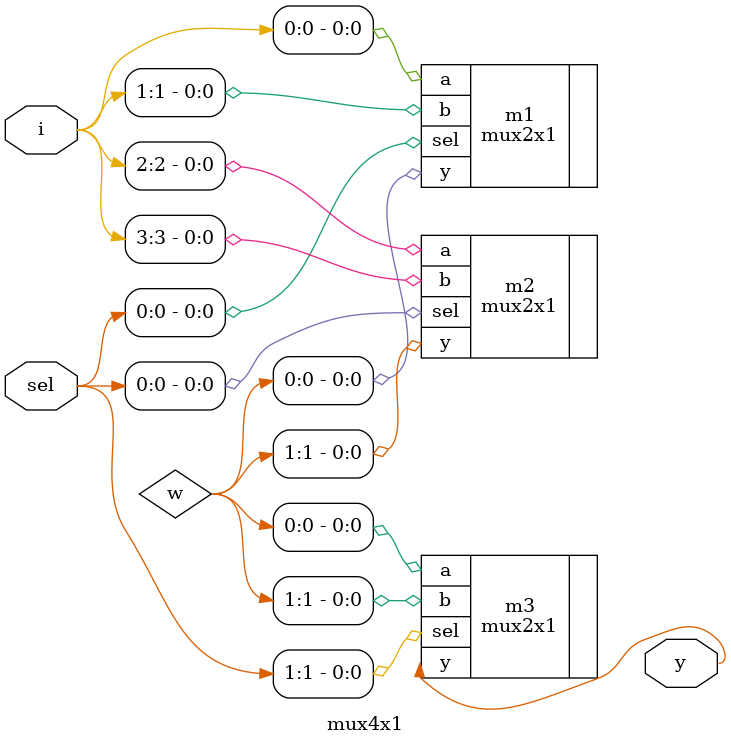
<source format=v>
`include "/share_folder/verilog/new/100_days_of_RTL/4th_day/mux2x1.v"

module mux4x1 (
    input [3:0]i,
    input [1:0]sel,
    output y
    
);

wire [1:0]w;

mux2x1 m1 (.a(i[0]),.b(i[1]),.sel(sel[0]),.y(w[0]));
mux2x1 m2 (.a(i[2]),.b(i[3]),.sel(sel[0]),.y(w[1]));

mux2x1 m3 (.a(w[0]),.b(w[1]),.sel(sel[1]),.y(y));
    
endmodule
</source>
